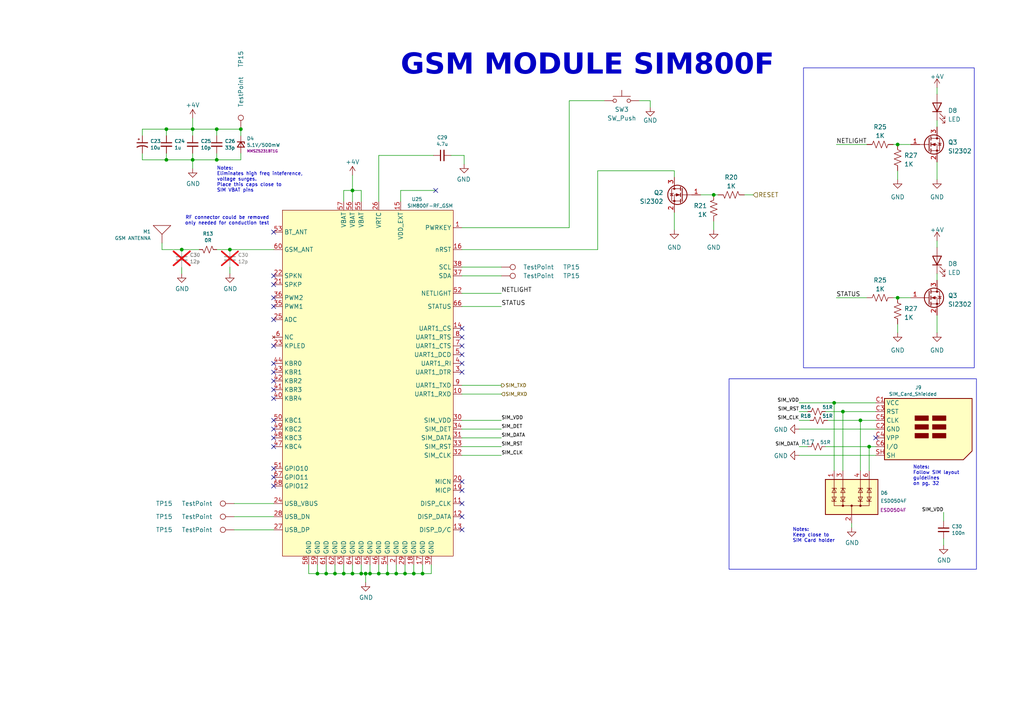
<source format=kicad_sch>
(kicad_sch (version 20230121) (generator eeschema)
  (paper "A4")
  (lib_symbols
    (symbol "Connector:TestPoint" (pin_numbers hide) (pin_names (offset 0.762) hide)
      (property "Reference" "TP" (at 0 6.858 0))
      (property "Value" "TestPoint" (at 0 5.08 0))
      (symbol "TestPoint_0_1"
        (circle (center 0 3.302) (radius 0.762))
      )
      (symbol "TestPoint_1_1"
        (pin passive line (at 0 0 90) (length 2.54) (name "1") (number "1"))
      )
    )
    (symbol "Device:LED" (pin_numbers hide) (pin_names (offset 1.016) hide)
      (property "Reference" "D" (at 0 2.54 0))
      (property "Value" "LED" (at 0 -2.54 0))
      (symbol "LED_0_1"
        (polyline (pts (xy -1.27 -1.27) (xy -1.27 1.27)) (stroke (width 0.254)))
        (polyline (pts (xy -1.27 0) (xy 1.27 0)))
        (polyline (pts (xy 1.27 -1.27) (xy 1.27 1.27) (xy -1.27 0) (xy 1.27 -1.27)) (stroke (width 0.254)))
        (polyline (pts (xy -3.048 -0.762) (xy -4.572 -2.286) (xy -3.81 -2.286) (xy -4.572 -2.286) (xy -4.572 -1.524)))
        (polyline (pts (xy -1.778 -0.762) (xy -3.302 -2.286) (xy -2.54 -2.286) (xy -3.302 -2.286) (xy -3.302 -1.524)))
      )
      (symbol "LED_1_1"
        (pin passive line (at -3.81 0 0) (length 2.54) (name "K") (number "1"))
        (pin passive line (at 3.81 0 180) (length 2.54) (name "A") (number "2"))
      )
    )
    (symbol "Device:Q_NMOS_GSD" (pin_names (offset 0) hide)
      (property "Reference" "Q" (at 5.08 1.27 0))
      (property "Value" "Q_NMOS_GSD" (at 5.08 -1.27 0))
      (symbol "Q_NMOS_GSD_0_1"
        (polyline (pts (xy 0.254 0) (xy -2.54 0)))
        (polyline (pts (xy 0.254 1.905) (xy 0.254 -1.905)) (stroke (width 0.254)))
        (polyline (pts (xy 0.762 -1.27) (xy 0.762 -2.286)) (stroke (width 0.254)))
        (polyline (pts (xy 0.762 0.508) (xy 0.762 -0.508)) (stroke (width 0.254)))
        (polyline (pts (xy 0.762 2.286) (xy 0.762 1.27)) (stroke (width 0.254)))
        (polyline (pts (xy 2.54 2.54) (xy 2.54 1.778)))
        (polyline (pts (xy 2.54 -2.54) (xy 2.54 0) (xy 0.762 0)))
        (polyline (pts (xy 0.762 -1.778) (xy 3.302 -1.778) (xy 3.302 1.778) (xy 0.762 1.778)))
        (polyline (pts (xy 1.016 0) (xy 2.032 0.381) (xy 2.032 -0.381) (xy 1.016 0)) (fill (type outline)))
        (polyline (pts (xy 2.794 0.508) (xy 2.921 0.381) (xy 3.683 0.381) (xy 3.81 0.254)))
        (polyline (pts (xy 3.302 0.381) (xy 2.921 -0.254) (xy 3.683 -0.254) (xy 3.302 0.381)))
        (circle (center 1.651 0) (radius 2.794) (stroke (width 0.254)))
        (circle (center 2.54 -1.778) (radius 0.254) (fill (type outline)))
        (circle (center 2.54 1.778) (radius 0.254) (fill (type outline)))
      )
      (symbol "Q_NMOS_GSD_1_1"
        (pin input line (at -5.08 0 0) (length 2.54) (name "G") (number "1"))
        (pin passive line (at 2.54 -5.08 90) (length 2.54) (name "S") (number "2"))
        (pin passive line (at 2.54 5.08 270) (length 2.54) (name "D") (number "3"))
      )
    )
    (symbol "Device:R_US" (pin_numbers hide) (pin_names (offset 0))
      (property "Reference" "R" (at 2.54 0 90))
      (property "Value" "R_US" (at -2.54 0 90))
      (symbol "R_US_0_1"
        (polyline (pts (xy 0 -2.286) (xy 0 -2.54)))
        (polyline (pts (xy 0 2.286) (xy 0 2.54)))
        (polyline (pts (xy 0 -0.762) (xy 1.016 -1.143) (xy 0 -1.524) (xy -1.016 -1.905) (xy 0 -2.286)))
        (polyline (pts (xy 0 0.762) (xy 1.016 0.381) (xy 0 0) (xy -1.016 -0.381) (xy 0 -0.762)))
        (polyline (pts (xy 0 2.286) (xy 1.016 1.905) (xy 0 1.524) (xy -1.016 1.143) (xy 0 0.762)))
      )
      (symbol "R_US_1_1"
        (pin passive line (at 0 3.81 270) (length 1.27) (name "~") (number "1"))
        (pin passive line (at 0 -3.81 90) (length 1.27) (name "~") (number "2"))
      )
    )
    (symbol "MCD_MODULES:SIM800F-RF_GSM"
      (property "Reference" "U?" (at 6.35 20.955 0))
      (property "Value" "SIM800F-RF_GSM" (at 6.35 19.05 0))
      (symbol "SIM800F-RF_GSM_1_0"
        (pin input line (at -40.64 -29.21 0) (length 2.54) (name "KBR1") (number "43"))
        (pin input line (at -40.64 -26.67 0) (length 2.54) (name "KBR0") (number "44"))
        (pin input line (at -12.7 -85.09 90) (length 2.54) (name "GND") (number "45"))
        (pin input line (at -10.16 -85.09 90) (length 2.54) (name "GND") (number "46"))
        (pin input line (at -40.64 -50.8 0) (length 2.54) (name "KBC4") (number "47"))
        (pin input line (at -40.64 -48.26 0) (length 2.54) (name "KBC3") (number "48"))
        (pin input line (at -40.64 -45.72 0) (length 2.54) (name "KBC2") (number "49"))
        (pin input line (at -40.64 -43.18 0) (length 2.54) (name "KBC1") (number "50"))
        (pin input line (at -40.64 -57.15 0) (length 2.54) (name "GPIO10") (number "51"))
        (pin input line (at 13.97 -6.35 180) (length 2.54) (name "NETLIGHT") (number "52"))
        (pin input line (at -40.64 11.43 0) (length 2.54) (name "BT_ANT") (number "53"))
        (pin input line (at -7.62 -85.09 90) (length 2.54) (name "GND") (number "54"))
        (pin power_in line (at -15.24 20.32 270) (length 2.54) (name "VBAT") (number "55"))
        (pin power_in line (at -17.78 20.32 270) (length 2.54) (name "VBAT") (number "56"))
        (pin power_in line (at -20.32 20.32 270) (length 2.54) (name "VBAT") (number "57"))
        (pin power_in line (at -30.48 -85.09 90) (length 2.54) (name "GND") (number "58"))
        (pin power_in line (at -27.94 -85.09 90) (length 2.54) (name "GND") (number "59"))
        (pin input line (at -40.64 6.35 0) (length 2.54) (name "GSM_ANT") (number "60"))
        (pin power_in line (at -25.4 -85.09 90) (length 2.54) (name "GND") (number "61"))
        (pin input line (at -22.86 -85.09 90) (length 2.54) (name "GND") (number "62"))
        (pin input line (at -20.32 -85.09 90) (length 2.54) (name "GND") (number "63"))
        (pin input line (at -17.78 -85.09 90) (length 2.54) (name "GND") (number "64"))
        (pin input line (at -15.24 -85.09 90) (length 2.54) (name "GND") (number "65"))
        (pin input line (at 13.97 -10.16 180) (length 2.54) (name "STATUS") (number "66"))
        (pin input line (at -40.64 -59.69 0) (length 2.54) (name "GPIO11") (number "67"))
        (pin input line (at -40.64 -62.23 0) (length 2.54) (name "GPIO12") (number "68"))
      )
      (symbol "SIM800F-RF_GSM_1_1"
        (rectangle (start -38.1 17.78) (end 11.43 -82.55) (fill (type background)))
        (pin passive line (at 13.97 12.7 180) (length 2.54) (name "PWRKEY") (number "1"))
        (pin input line (at 13.97 -35.56 180) (length 2.54) (name "UART1_RXD") (number "10"))
        (pin output line (at 13.97 -67.31 180) (length 2.54) (name "DISP_CLK") (number "11"))
        (pin output line (at 13.97 -71.12 180) (length 2.54) (name "DISP_DATA") (number "12"))
        (pin passive line (at 13.97 -74.93 180) (length 2.54) (name "DISP_D/C") (number "13"))
        (pin input line (at 13.97 -16.51 180) (length 2.54) (name "UART1_CS") (number "14"))
        (pin power_in line (at -3.81 20.32 270) (length 2.54) (name "VDD_EXT") (number "15"))
        (pin output line (at 13.97 6.35 180) (length 2.54) (name "nRST") (number "16"))
        (pin power_in line (at 2.54 -85.09 90) (length 2.54) (name "GND") (number "17"))
        (pin power_out line (at 0 -85.09 90) (length 2.54) (name "GND") (number "18"))
        (pin passive line (at 13.97 -63.5 180) (length 2.54) (name "MICP") (number "19"))
        (pin power_in line (at -5.08 -85.09 90) (length 2.54) (name "GND") (number "2"))
        (pin passive line (at 13.97 -60.96 180) (length 2.54) (name "MICN") (number "20"))
        (pin passive line (at -40.64 -3.81 0) (length 2.54) (name "SPKP") (number "21"))
        (pin output line (at -40.64 -1.27 0) (length 2.54) (name "SPKN") (number "22"))
        (pin input line (at -40.64 -21.59 0) (length 2.54) (name "KPLED") (number "23"))
        (pin input line (at -40.64 -67.31 0) (length 2.54) (name "USB_VBUS") (number "24"))
        (pin bidirectional line (at -40.64 -13.97 0) (length 2.54) (name "ADC") (number "25"))
        (pin bidirectional line (at -10.16 20.32 270) (length 2.54) (name "VRTC") (number "26"))
        (pin passive line (at -40.64 -74.93 0) (length 2.54) (name "USB_DP") (number "27"))
        (pin power_in line (at -40.64 -71.12 0) (length 2.54) (name "USB_DN") (number "28"))
        (pin output line (at -2.54 -85.09 90) (length 2.54) (name "GND") (number "29"))
        (pin input line (at 13.97 -29.21 180) (length 2.54) (name "UART1_DTR") (number "3"))
        (pin passive line (at 13.97 -43.18 180) (length 2.54) (name "SIM_VDD") (number "30"))
        (pin passive line (at 13.97 -48.26 180) (length 2.54) (name "SIM_DATA") (number "31"))
        (pin passive line (at 13.97 -53.34 180) (length 2.54) (name "SIM_CLK") (number "32"))
        (pin passive line (at 13.97 -50.8 180) (length 2.54) (name "SIM_RST") (number "33"))
        (pin power_in line (at 13.97 -45.72 180) (length 2.54) (name "SIM_DET") (number "34"))
        (pin passive line (at -40.64 -10.16 0) (length 2.54) (name "PWM1") (number "35"))
        (pin passive line (at -40.64 -7.62 0) (length 2.54) (name "PWM2") (number "36"))
        (pin passive line (at 13.97 -1.27 180) (length 2.54) (name "SDA") (number "37"))
        (pin input line (at 13.97 1.27 180) (length 2.54) (name "SCL") (number "38"))
        (pin input line (at 5.08 -85.09 90) (length 2.54) (name "GND") (number "39"))
        (pin output line (at 13.97 -26.67 180) (length 2.54) (name "UART1_RI") (number "4"))
        (pin power_out line (at -40.64 -36.83 0) (length 2.54) (name "KBR4") (number "40"))
        (pin output line (at -40.64 -34.29 0) (length 2.54) (name "KBR3") (number "41"))
        (pin output line (at -40.64 -31.75 0) (length 2.54) (name "KBR2") (number "42"))
        (pin output line (at 13.97 -24.13 180) (length 2.54) (name "UART1_DCD") (number "5"))
        (pin no_connect line (at -40.64 -19.05 0) (length 2.54) (name "NC") (number "6"))
        (pin output line (at 13.97 -21.59 180) (length 2.54) (name "UART1_CTS") (number "7"))
        (pin power_in line (at 13.97 -19.05 180) (length 2.54) (name "UART1_RTS") (number "8"))
        (pin input line (at 13.97 -33.02 180) (length 2.54) (name "UART1_TXD") (number "9"))
      )
    )
    (symbol "Switch:SW_Push" (pin_numbers hide) (pin_names (offset 1.016) hide)
      (property "Reference" "SW" (at 1.27 2.54 0))
      (property "Value" "SW_Push" (at 0 -1.524 0))
      (symbol "SW_Push_0_1"
        (circle (center -2.032 0) (radius 0.508))
        (polyline (pts (xy 0 1.27) (xy 0 3.048)))
        (polyline (pts (xy 2.54 1.27) (xy -2.54 1.27)))
        (circle (center 2.032 0) (radius 0.508))
        (pin passive line (at -5.08 0 0) (length 2.54) (name "1") (number "1"))
        (pin passive line (at 5.08 0 180) (length 2.54) (name "2") (number "2"))
      )
    )
    (symbol "fridgeduino-rescue:ANTENNAGPS-2X7MM-SparkFun-GPS-gsm_lora_logger-rescue-gsm_lora_logger-rescue-gsm_lora_logger-rescue" (pin_numbers hide) (pin_names (offset 1.016) hide)
      (property "Reference" "M" (at 1.27 1.27 0))
      (property "Value" "ANTENNAGPS-2X7MM-SparkFun-GPS-gsm_lora_logger-rescue-gsm_lora_logger-rescue-gsm_lora_logger-rescue" (at 1.27 -3.81 0))
      (property "Field4" "ANT-09087" (at 0 7.62 0))
      (symbol "ANTENNAGPS-2X7MM-SparkFun-GPS-gsm_lora_logger-rescue-gsm_lora_logger-rescue-gsm_lora_logger-rescue_1_0"
        (polyline (pts (xy -2.54 5.08) (xy 2.54 5.08)))
        (polyline (pts (xy 0 2.54) (xy -2.54 5.08)))
        (polyline (pts (xy 0 2.54) (xy 2.54 5.08)))
      )
      (symbol "ANTENNAGPS-2X7MM-SparkFun-GPS-gsm_lora_logger-rescue-gsm_lora_logger-rescue-gsm_lora_logger-rescue_1_1"
        (pin bidirectional line (at 0 0 90) (length 2.54) (name "SIGNAL") (number "1"))
      )
    )
    (symbol "fridgeduino-rescue:CP1_Small-Device" (pin_numbers hide) (pin_names (offset 0.254) hide)
      (property "Reference" "C" (at 0.254 1.778 0))
      (property "Value" "CP1_Small-Device" (at 0.254 -2.032 0))
      (symbol "CP1_Small-Device_0_1"
        (polyline (pts (xy -1.524 0.508) (xy 1.524 0.508)) (stroke (width 0.3048)))
        (polyline (pts (xy -1.27 1.524) (xy -0.762 1.524)))
        (polyline (pts (xy -1.016 1.27) (xy -1.016 1.778)))
        (arc (start 1.524 -0.762) (mid 0 -0.3734) (end -1.524 -0.762) (stroke (width 0.3048)))
      )
      (symbol "CP1_Small-Device_1_1"
        (pin passive line (at 0 2.54 270) (length 2.032) (name "~") (number "1"))
        (pin passive line (at 0 -2.54 90) (length 2.032) (name "~") (number "2"))
      )
    )
    (symbol "fridgeduino-rescue:C_Small-Device" (pin_numbers hide) (pin_names (offset 0.254) hide)
      (property "Reference" "C" (at 0.254 1.778 0))
      (property "Value" "C_Small-Device" (at 0.254 -2.032 0))
      (symbol "C_Small-Device_0_1"
        (polyline (pts (xy -1.524 -0.508) (xy 1.524 -0.508)) (stroke (width 0.3302)))
        (polyline (pts (xy -1.524 0.508) (xy 1.524 0.508)) (stroke (width 0.3048)))
      )
      (symbol "C_Small-Device_1_1"
        (pin passive line (at 0 2.54 270) (length 2.032) (name "~") (number "1"))
        (pin passive line (at 0 -2.54 90) (length 2.032) (name "~") (number "2"))
      )
    )
    (symbol "fridgeduino-rescue:D_Zener_Small-Device" (pin_numbers hide) (pin_names (offset 0.254) hide)
      (property "Reference" "D" (at 0 2.286 0))
      (property "Value" "D_Zener_Small-Device" (at 0 -2.286 0))
      (symbol "D_Zener_Small-Device_0_1"
        (polyline (pts (xy 0.762 0) (xy -0.762 0)))
        (polyline (pts (xy -0.254 1.016) (xy -0.762 1.016) (xy -0.762 -1.016)) (stroke (width 0.254)))
        (polyline (pts (xy 0.762 1.016) (xy -0.762 0) (xy 0.762 -1.016) (xy 0.762 1.016)) (stroke (width 0.254)))
      )
      (symbol "D_Zener_Small-Device_1_1"
        (pin passive line (at -2.54 0 0) (length 1.778) (name "K") (number "1"))
        (pin passive line (at 2.54 0 180) (length 1.778) (name "A") (number "2"))
      )
    )
    (symbol "fridgeduino-rescue:ESDA6V1BC6-Power_Protection" (pin_names hide)
      (property "Reference" "D" (at -2.54 -6.35 0))
      (property "Value" "ESDA6V1BC6-Power_Protection" (at 1.27 -6.35 0))
      (symbol "ESDA6V1BC6-Power_Protection_0_0"
        (pin passive line (at 0 -7.62 90) (length 2.54) (name "COM") (number "2"))
      )
      (symbol "ESDA6V1BC6-Power_Protection_0_1"
        (rectangle (start -7.62 5.08) (end 7.62 -5.08) (stroke (width 0.254)) (fill (type background)))
        (circle (center -2.54 -2.54) (radius 0.254) (fill (type outline)))
        (circle (center 0 -2.54) (radius 0.254) (fill (type outline)))
        (polyline (pts (xy -5.08 -2.54) (xy -5.08 -1.27)))
        (polyline (pts (xy -5.08 -2.54) (xy 5.08 -2.54)))
        (polyline (pts (xy -5.08 2.54) (xy -5.08 -1.27)))
        (polyline (pts (xy -5.08 5.08) (xy -5.08 2.54)))
        (polyline (pts (xy -2.54 -2.54) (xy -2.54 -1.27)))
        (polyline (pts (xy -2.54 2.54) (xy -2.54 -1.27)))
        (polyline (pts (xy -2.54 5.08) (xy -2.54 2.54)))
        (polyline (pts (xy 0 -2.54) (xy 0 -5.08)))
        (polyline (pts (xy 2.54 -2.54) (xy 2.54 -1.27)))
        (polyline (pts (xy 2.54 2.54) (xy 2.54 -1.27)))
        (polyline (pts (xy 2.54 5.08) (xy 2.54 2.54)))
        (polyline (pts (xy 5.08 -2.54) (xy 5.08 -1.27)))
        (polyline (pts (xy 5.08 2.54) (xy 5.08 -1.27)))
        (polyline (pts (xy 5.08 5.08) (xy 5.08 2.54)))
        (polyline (pts (xy -5.715 -1.016) (xy -5.715 -1.27) (xy -4.445 -1.27)))
        (polyline (pts (xy -5.715 2.54) (xy -4.445 2.54) (xy -4.445 2.286)))
        (polyline (pts (xy -3.175 -1.016) (xy -3.175 -1.27) (xy -1.905 -1.27)))
        (polyline (pts (xy -3.175 2.54) (xy -1.905 2.54) (xy -1.905 2.286)))
        (polyline (pts (xy 1.905 -1.016) (xy 1.905 -1.27) (xy 3.175 -1.27)))
        (polyline (pts (xy 1.905 2.54) (xy 3.175 2.54) (xy 3.175 2.286)))
        (polyline (pts (xy 4.445 -1.016) (xy 4.445 -1.27) (xy 5.715 -1.27)))
        (polyline (pts (xy 4.445 2.54) (xy 5.715 2.54) (xy 5.715 2.286)))
        (polyline (pts (xy -5.08 -1.27) (xy -5.715 0) (xy -4.445 0) (xy -5.08 -1.27)))
        (polyline (pts (xy -5.08 2.54) (xy -4.445 1.27) (xy -5.715 1.27) (xy -5.08 2.54)))
        (polyline (pts (xy -2.54 -1.27) (xy -3.175 0) (xy -1.905 0) (xy -2.54 -1.27)))
        (polyline (pts (xy -2.54 2.54) (xy -1.905 1.27) (xy -3.175 1.27) (xy -2.54 2.54)))
        (polyline (pts (xy 2.54 -1.27) (xy 1.905 0) (xy 3.175 0) (xy 2.54 -1.27)))
        (polyline (pts (xy 2.54 2.54) (xy 3.175 1.27) (xy 1.905 1.27) (xy 2.54 2.54)))
        (polyline (pts (xy 5.08 -1.27) (xy 4.445 0) (xy 5.715 0) (xy 5.08 -1.27)))
        (polyline (pts (xy 5.08 2.54) (xy 5.715 1.27) (xy 4.445 1.27) (xy 5.08 2.54)))
        (circle (center 2.54 -2.54) (radius 0.254) (fill (type outline)))
      )
      (symbol "ESDA6V1BC6-Power_Protection_1_1"
        (pin passive line (at -5.08 7.62 270) (length 2.54) (name "TVS1") (number "1"))
        (pin passive line (at -2.54 7.62 270) (length 2.54) (name "TVS2") (number "3"))
        (pin passive line (at 2.54 7.62 270) (length 2.54) (name "TVS3") (number "4"))
        (pin passive line (at 0 -7.62 90) (length 2.54) hide (name "COM") (number "5"))
        (pin passive line (at 5.08 7.62 270) (length 2.54) (name "TVS4") (number "6"))
      )
    )
    (symbol "fridgeduino-rescue:GND-power" (power) (pin_names (offset 0))
      (property "Value" "GND-power" (at 0 -3.81 0))
      (symbol "GND-power_0_1"
        (polyline (pts (xy 0 0) (xy 0 -1.27) (xy 1.27 -1.27) (xy 0 -2.54) (xy -1.27 -1.27) (xy 0 -1.27)))
      )
      (symbol "GND-power_1_1"
        (pin power_in line (at 0 0 270) (length 0) hide (name "GND") (number "1"))
      )
    )
    (symbol "fridgeduino-rescue:R_Small_US-Device" (pin_numbers hide) (pin_names (offset 0.254) hide)
      (property "Reference" "R" (at 0.762 0.508 0))
      (property "Value" "R_Small_US-Device" (at 0.762 -1.016 0))
      (symbol "R_Small_US-Device_1_1"
        (polyline (pts (xy 0 0) (xy 1.016 -0.381) (xy 0 -0.762) (xy -1.016 -1.143) (xy 0 -1.524)))
        (polyline (pts (xy 0 1.524) (xy 1.016 1.143) (xy 0 0.762) (xy -1.016 0.381) (xy 0 0)))
        (pin passive line (at 0 2.54 270) (length 1.016) (name "~") (number "1"))
        (pin passive line (at 0 -2.54 90) (length 1.016) (name "~") (number "2"))
      )
    )
    (symbol "fridgeduino-rescue:SIM_Card_Shielded-Connector-gsm_lora_logger-rescue-gsm_lora_logger-rescue"
      (property "Reference" "J" (at -2.54 12.7 0))
      (property "Value" "SIM_Card_Shielded-Connector-gsm_lora_logger-rescue-gsm_lora_logger-rescue" (at -1.27 10.16 0))
      (symbol "SIM_Card_Shielded-Connector-gsm_lora_logger-rescue-gsm_lora_logger-rescue_0_1"
        (rectangle (start -1.27 -2.54) (end 2.54 -1.27) (stroke (width 0.254)) (fill (type outline)))
        (rectangle (start -1.27 0) (end 2.54 1.27) (stroke (width 0.254)) (fill (type outline)))
        (rectangle (start -1.27 2.54) (end 2.54 3.81) (stroke (width 0.254)) (fill (type outline)))
        (polyline (pts (xy -10.16 8.89) (xy -10.16 -8.89) (xy 12.7 -8.89) (xy 15.24 -6.35) (xy 15.24 8.89) (xy -10.16 8.89)) (stroke (width 0.254)) (fill (type background)))
        (rectangle (start 3.81 -1.27) (end 7.62 -2.54) (stroke (width 0.254)) (fill (type outline)))
        (rectangle (start 3.81 0) (end 7.62 1.27) (stroke (width 0.254)) (fill (type outline)))
        (rectangle (start 3.81 2.54) (end 7.62 3.81) (stroke (width 0.254)) (fill (type outline)))
      )
      (symbol "SIM_Card_Shielded-Connector-gsm_lora_logger-rescue-gsm_lora_logger-rescue_1_1"
        (pin power_in line (at -12.7 7.62 0) (length 2.54) (name "VCC") (number "C1"))
        (pin power_in line (at -12.7 0 0) (length 2.54) (name "GND") (number "C2"))
        (pin input line (at -12.7 5.08 0) (length 2.54) (name "RST") (number "C3"))
        (pin input line (at -12.7 -2.54 0) (length 2.54) (name "VPP") (number "C4"))
        (pin input line (at -12.7 2.54 0) (length 2.54) (name "CLK") (number "C5"))
        (pin bidirectional line (at -12.7 -5.08 0) (length 2.54) (name "I/O") (number "C6"))
        (pin passive line (at -12.7 -7.62 0) (length 2.54) (name "SH") (number "SH"))
      )
    )
    (symbol "power:+4V" (power) (pin_names (offset 0))
      (property "Value" "+4V" (at 0 3.556 0))
      (symbol "+4V_0_1"
        (polyline (pts (xy -0.762 1.27) (xy 0 2.54)))
        (polyline (pts (xy 0 0) (xy 0 2.54)))
        (polyline (pts (xy 0 2.54) (xy 0.762 1.27)))
      )
      (symbol "+4V_1_1"
        (pin power_in line (at 0 0 90) (length 0) hide (name "+4V") (number "1"))
      )
    )
    (symbol "power:GND" (power) (pin_names (offset 0))
      (property "Value" "GND" (at 0 -3.81 0))
      (symbol "GND_0_1"
        (polyline (pts (xy 0 0) (xy 0 -1.27) (xy 1.27 -1.27) (xy 0 -2.54) (xy -1.27 -1.27) (xy 0 -1.27)))
      )
      (symbol "GND_1_1"
        (pin power_in line (at 0 0 270) (length 0) hide (name "GND") (number "1"))
      )
    )
  )
  (junction (at 106.045 166.37))
  (junction (at 48.26 46.355))
  (junction (at 122.555 166.37))
  (junction (at 107.315 166.37))
  (junction (at 104.775 166.37))
  (junction (at 55.88 46.355))
  (junction (at 120.015 166.37))
  (junction (at 55.88 37.465))
  (junction (at 102.235 166.37))
  (junction (at 109.855 166.37))
  (junction (at 48.26 37.465))
  (junction (at 62.865 37.465))
  (junction (at 66.675 72.39))
  (junction (at 252.095 129.54))
  (junction (at 207.01 56.515))
  (junction (at 249.555 121.92))
  (junction (at 112.395 166.37))
  (junction (at 117.475 166.37))
  (junction (at 62.865 46.355))
  (junction (at 244.475 119.38))
  (junction (at 94.615 166.37))
  (junction (at 260.35 86.36))
  (junction (at 260.35 41.91))
  (junction (at 99.695 166.37))
  (junction (at 241.935 116.84))
  (junction (at 69.85 37.465))
  (junction (at 52.705 72.39))
  (junction (at 114.935 166.37))
  (junction (at 102.235 55.245))
  (junction (at 92.075 166.37))
  (junction (at 97.155 166.37))
  (no_connect (at 79.375 100.33))
  (no_connect (at 133.985 142.24))
  (no_connect (at 133.985 102.87))
  (no_connect (at 79.375 121.92))
  (no_connect (at 79.375 113.03))
  (no_connect (at 79.375 138.43))
  (no_connect (at 79.375 124.46))
  (no_connect (at 133.985 100.33))
  (no_connect (at 133.985 153.67))
  (no_connect (at 79.375 105.41))
  (no_connect (at 133.985 107.95))
  (no_connect (at 79.375 140.97))
  (no_connect (at 254 127))
  (no_connect (at 79.375 110.49))
  (no_connect (at 133.985 146.05))
  (no_connect (at 79.375 92.71))
  (no_connect (at 79.375 67.31))
  (no_connect (at 79.375 82.55))
  (no_connect (at 133.985 97.79))
  (no_connect (at 79.375 129.54))
  (no_connect (at 133.985 95.25))
  (no_connect (at 133.985 105.41))
  (no_connect (at 79.375 86.36))
  (no_connect (at 79.375 115.57))
  (no_connect (at 79.375 127))
  (no_connect (at 126.365 55.245))
  (no_connect (at 133.985 149.86))
  (no_connect (at 79.375 135.89))
  (no_connect (at 79.375 80.01))
  (no_connect (at 79.375 88.9))
  (no_connect (at 133.985 139.7))
  (no_connect (at 79.375 107.95))
  (wire (pts (xy 66.675 77.47) (xy 66.675 79.375)))
  (wire (pts (xy 165.1 66.04) (xy 165.1 29.21)))
  (wire (pts (xy 112.395 166.37) (xy 114.935 166.37)))
  (wire (pts (xy 271.78 25.4) (xy 271.78 27.305)))
  (wire (pts (xy 271.78 79.375) (xy 271.78 81.28)))
  (wire (pts (xy 117.475 166.37) (xy 120.015 166.37)))
  (wire (pts (xy 67.945 153.67) (xy 79.375 153.67)))
  (wire (pts (xy 107.315 166.37) (xy 109.855 166.37)))
  (wire (pts (xy 62.865 46.355) (xy 69.85 46.355)))
  (wire (pts (xy 120.015 166.37) (xy 122.555 166.37)))
  (wire (pts (xy 195.58 61.595) (xy 195.58 66.675)))
  (wire (pts (xy 260.35 49.53) (xy 260.35 52.07)))
  (wire (pts (xy 114.935 166.37) (xy 117.475 166.37)))
  (wire (pts (xy 244.475 119.38) (xy 254 119.38)))
  (wire (pts (xy 239.395 129.54) (xy 252.095 129.54)))
  (wire (pts (xy 173.355 72.39) (xy 173.355 49.53)))
  (wire (pts (xy 48.26 39.37) (xy 48.26 37.465)))
  (wire (pts (xy 240.03 121.92) (xy 249.555 121.92)))
  (wire (pts (xy 106.045 166.37) (xy 106.045 168.91)))
  (wire (pts (xy 260.35 41.91) (xy 264.16 41.91)))
  (wire (pts (xy 99.695 166.37) (xy 99.695 163.83)))
  (wire (pts (xy 41.275 46.355) (xy 48.26 46.355)))
  (wire (pts (xy 104.775 166.37) (xy 106.045 166.37)))
  (wire (pts (xy 109.855 166.37) (xy 112.395 166.37)))
  (wire (pts (xy 120.015 166.37) (xy 120.015 163.83)))
  (wire (pts (xy 107.315 166.37) (xy 107.315 163.83)))
  (wire (pts (xy 41.275 37.465) (xy 48.26 37.465)))
  (wire (pts (xy 242.57 86.36) (xy 251.46 86.36)))
  (wire (pts (xy 133.985 66.04) (xy 165.1 66.04)))
  (wire (pts (xy 55.88 46.355) (xy 55.88 48.895)))
  (wire (pts (xy 231.775 116.84) (xy 241.935 116.84)))
  (wire (pts (xy 273.685 156.21) (xy 273.685 158.115)))
  (wire (pts (xy 207.01 56.515) (xy 203.2 56.515)))
  (wire (pts (xy 145.415 124.46) (xy 133.985 124.46)))
  (wire (pts (xy 145.415 129.54) (xy 133.985 129.54)))
  (wire (pts (xy 89.535 166.37) (xy 89.535 163.83)))
  (wire (pts (xy 52.705 72.39) (xy 46.99 72.39)))
  (wire (pts (xy 55.88 44.45) (xy 55.88 46.355)))
  (wire (pts (xy 133.985 72.39) (xy 173.355 72.39)))
  (wire (pts (xy 239.395 119.38) (xy 244.475 119.38)))
  (wire (pts (xy 94.615 166.37) (xy 97.155 166.37)))
  (wire (pts (xy 109.855 45.085) (xy 125.73 45.085)))
  (wire (pts (xy 241.935 136.525) (xy 241.935 116.84)))
  (wire (pts (xy 271.78 34.925) (xy 271.78 36.83)))
  (wire (pts (xy 249.555 136.525) (xy 249.555 121.92)))
  (wire (pts (xy 104.775 166.37) (xy 104.775 163.83)))
  (wire (pts (xy 55.88 34.29) (xy 55.88 37.465)))
  (wire (pts (xy 69.85 37.465) (xy 69.85 39.37)))
  (wire (pts (xy 99.695 58.42) (xy 99.695 55.245)))
  (wire (pts (xy 67.945 149.86) (xy 79.375 149.86)))
  (wire (pts (xy 145.415 88.9) (xy 133.985 88.9)))
  (wire (pts (xy 271.78 91.44) (xy 271.78 96.52)))
  (wire (pts (xy 48.26 37.465) (xy 55.88 37.465)))
  (wire (pts (xy 116.205 58.42) (xy 116.205 55.245)))
  (wire (pts (xy 145.415 127) (xy 133.985 127)))
  (wire (pts (xy 231.775 121.92) (xy 234.95 121.92)))
  (wire (pts (xy 207.01 64.135) (xy 207.01 66.675)))
  (wire (pts (xy 106.045 166.37) (xy 107.315 166.37)))
  (wire (pts (xy 116.205 55.245) (xy 126.365 55.245)))
  (wire (pts (xy 99.695 166.37) (xy 102.235 166.37)))
  (wire (pts (xy 165.1 29.21) (xy 175.26 29.21)))
  (wire (pts (xy 260.35 93.98) (xy 260.35 96.52)))
  (wire (pts (xy 102.235 166.37) (xy 102.235 163.83)))
  (wire (pts (xy 117.475 166.37) (xy 117.475 163.83)))
  (wire (pts (xy 62.865 37.465) (xy 69.85 37.465)))
  (wire (pts (xy 102.235 50.8) (xy 102.235 55.245)))
  (wire (pts (xy 231.775 129.54) (xy 234.315 129.54)))
  (wire (pts (xy 247.015 153.035) (xy 247.015 151.765)))
  (wire (pts (xy 48.26 46.355) (xy 55.88 46.355)))
  (wire (pts (xy 104.775 55.245) (xy 104.775 58.42)))
  (wire (pts (xy 254 132.08) (xy 231.775 132.08)))
  (wire (pts (xy 145.415 85.09) (xy 133.985 85.09)))
  (wire (pts (xy 102.235 55.245) (xy 102.235 58.42)))
  (wire (pts (xy 208.28 56.515) (xy 207.01 56.515)))
  (wire (pts (xy 55.88 37.465) (xy 62.865 37.465)))
  (wire (pts (xy 67.945 146.05) (xy 79.375 146.05)))
  (wire (pts (xy 249.555 121.92) (xy 254 121.92)))
  (wire (pts (xy 188.595 29.21) (xy 188.595 31.115)))
  (wire (pts (xy 231.775 124.46) (xy 254 124.46)))
  (wire (pts (xy 102.235 166.37) (xy 104.775 166.37)))
  (wire (pts (xy 244.475 119.38) (xy 244.475 136.525)))
  (wire (pts (xy 134.62 47.625) (xy 134.62 45.085)))
  (wire (pts (xy 145.415 114.3) (xy 133.985 114.3)))
  (wire (pts (xy 195.58 49.53) (xy 195.58 51.435)))
  (wire (pts (xy 122.555 166.37) (xy 125.095 166.37)))
  (wire (pts (xy 41.275 39.37) (xy 41.275 37.465)))
  (wire (pts (xy 145.415 111.76) (xy 133.985 111.76)))
  (wire (pts (xy 134.62 45.085) (xy 130.81 45.085)))
  (wire (pts (xy 109.855 166.37) (xy 109.855 163.83)))
  (wire (pts (xy 109.855 58.42) (xy 109.855 45.085)))
  (wire (pts (xy 252.095 136.525) (xy 252.095 129.54)))
  (wire (pts (xy 41.275 44.45) (xy 41.275 46.355)))
  (wire (pts (xy 273.685 151.13) (xy 273.685 148.59)))
  (wire (pts (xy 62.865 46.355) (xy 62.865 44.45)))
  (wire (pts (xy 92.075 166.37) (xy 94.615 166.37)))
  (wire (pts (xy 102.235 55.245) (xy 104.775 55.245)))
  (wire (pts (xy 92.075 166.37) (xy 92.075 163.83)))
  (wire (pts (xy 97.155 166.37) (xy 97.155 163.83)))
  (wire (pts (xy 48.26 44.45) (xy 48.26 46.355)))
  (wire (pts (xy 57.785 72.39) (xy 52.705 72.39)))
  (wire (pts (xy 145.415 77.47) (xy 133.985 77.47)))
  (wire (pts (xy 242.57 41.91) (xy 251.46 41.91)))
  (wire (pts (xy 125.095 166.37) (xy 125.095 163.83)))
  (wire (pts (xy 259.08 41.91) (xy 260.35 41.91)))
  (wire (pts (xy 99.695 55.245) (xy 102.235 55.245)))
  (wire (pts (xy 79.375 72.39) (xy 66.675 72.39)))
  (wire (pts (xy 114.935 166.37) (xy 114.935 163.83)))
  (wire (pts (xy 112.395 166.37) (xy 112.395 163.83)))
  (wire (pts (xy 97.155 166.37) (xy 99.695 166.37)))
  (wire (pts (xy 46.99 72.39) (xy 46.99 70.485)))
  (wire (pts (xy 55.88 39.37) (xy 55.88 37.465)))
  (wire (pts (xy 145.415 80.01) (xy 133.985 80.01)))
  (wire (pts (xy 260.35 86.36) (xy 264.16 86.36)))
  (wire (pts (xy 66.675 72.39) (xy 62.865 72.39)))
  (wire (pts (xy 252.095 129.54) (xy 254 129.54)))
  (wire (pts (xy 62.865 37.465) (xy 62.865 39.37)))
  (wire (pts (xy 69.85 46.355) (xy 69.85 44.45)))
  (wire (pts (xy 218.44 56.515) (xy 215.9 56.515)))
  (wire (pts (xy 89.535 166.37) (xy 92.075 166.37)))
  (wire (pts (xy 259.08 86.36) (xy 260.35 86.36)))
  (wire (pts (xy 271.78 69.85) (xy 271.78 71.755)))
  (wire (pts (xy 145.415 132.08) (xy 133.985 132.08)))
  (wire (pts (xy 173.355 49.53) (xy 195.58 49.53)))
  (wire (pts (xy 94.615 166.37) (xy 94.615 163.83)))
  (wire (pts (xy 52.705 77.47) (xy 52.705 79.375)))
  (wire (pts (xy 231.775 119.38) (xy 234.315 119.38)))
  (wire (pts (xy 185.42 29.21) (xy 188.595 29.21)))
  (wire (pts (xy 122.555 166.37) (xy 122.555 163.83)))
  (wire (pts (xy 271.78 46.99) (xy 271.78 52.07)))
  (wire (pts (xy 55.88 46.355) (xy 62.865 46.355)))
  (wire (pts (xy 145.415 121.92) (xy 133.985 121.92)))
  (wire (pts (xy 241.935 116.84) (xy 254 116.84)))
  (rectangle (start 211.455 109.855) (end 283.21 165.1))
  (rectangle (start 233.045 19.685) (end 282.575 106.68))
  (text "Notes:\nEliminates high freq inteference,\nvoltage surges.\nPlace this caps close to \nSIM VBAT pins" (at 62.865 55.88 0) (effects (font (size 0.9906 0.9906)) (justify left bottom)))
  (text "Notes:\nKeep close to\nSIM Card holder" (at 229.87 157.48 0) (effects (font (size 0.9906 0.9906)) (justify left bottom)))
  (text "Notes:\nFollow SIM layout \nguidelines\non pg. 32" (at 264.795 140.97 0) (effects (font (size 0.9906 0.9906)) (justify left bottom)))
  (text "GSM MODULE SIM800F" (at 116.205 24.13 0) (effects (font (size 6 6) (thickness 1.2) bold) (justify left bottom)))
  (text "RF connector could be removed\nonly needed for conduction test" (at 78.105 65.405 0) (effects (font (size 0.9906 0.9906)) (justify right bottom)))
  (label "SIM_VDD" (at 145.415 121.92 0) (effects (font (size 0.9906 0.9906))))
  (label "SIM_VDD" (at 231.775 116.84 180) (effects (font (size 0.9906 0.9906))))
  (label "SIM_DATA" (at 231.775 129.54 180) (effects (font (size 0.9906 0.9906))))
  (label "SIM_DET" (at 145.415 124.46 0) (effects (font (size 0.9906 0.9906))))
  (label "STATUS" (at 242.57 86.36 0))
  (label "NETLIGHT" (at 242.57 41.91 0))
  (label "NETLIGHT" (at 145.415 85.09 0))
  (label "SIM_DATA" (at 145.415 127 0) (effects (font (size 0.9906 0.9906))))
  (label "SIM_RST" (at 145.415 129.54 0) (effects (font (size 0.9906 0.9906))))
  (label "SIM_VDD" (at 273.685 148.59 180) (effects (font (size 0.9906 0.9906))))
  (label "SIM_RST" (at 231.775 119.38 180) (effects (font (size 0.9906 0.9906))))
  (label "SIM_CLK" (at 145.415 132.08 0) (effects (font (size 0.9906 0.9906))))
  (label "STATUS" (at 145.415 88.9 0))
  (label "SIM_CLK" (at 231.775 121.92 180) (effects (font (size 0.9906 0.9906))))
  (hierarchical_label "SIM_TXD" (shape output) (at 145.415 111.76 0) (effects (font (size 0.9906 0.9906))))
  (hierarchical_label "SIM_RXD" (shape input) (at 145.415 114.3 0) (effects (font (size 0.9906 0.9906))))
  (hierarchical_label "RESET" (shape input) (at 218.44 56.515 0))
  (symbol (lib_id "power:GND") (at 207.01 66.675 0) (mirror y) (unit 1)
    (property "Reference" "#PWR052" (effects hide))
    (property "Value" "GND" (at 207.01 71.755 0))
    (instances (project "SOIL_PAL_MAX_1" (path "" (reference "#PWR052") (unit 1))) (project "ELIESTER_V2" (path "" (reference "#PWR0131") (unit 1))))
  )
  (symbol (lib_id "Device:Q_NMOS_GSD") (at 269.24 86.36 0) (unit 1)
    (property "Reference" "Q3" (at 274.955 85.725 0) (effects (justify left)))
    (property "Value" "SI2302" (at 274.955 88.265 0) (effects (justify left)))
    (property "Footprint" "Package_TO_SOT_SMD:SOT-23" (effects hide))
    (instances (project "SOIL_PAL_MAX_1" (path "" (reference "Q3") (unit 1))) (project "ELIESTER_V2" (path "" (reference "Q9") (unit 1))))
  )
  (symbol (lib_id "fridgeduino-rescue:GND-power") (at 66.675 79.375 0) (unit 1)
    (property "Reference" "#PWR038" (effects hide))
    (property "Value" "GND" (at 66.802 83.7692 0))
    (instances (project "GSM_SIM800C_MICRO-SIM" (path "" (reference "#PWR038") (unit 1))) (project "ELIESTER_V2" (path "" (reference "#PWR0150") (unit 1))))
  )
  (symbol (lib_id "MCD_MODULES:SIM800F-RF_GSM") (at 120.015 78.74 0) (unit 1)
    (property "Reference" "U25" (at 119.38 57.785 0) (effects (font (size 0.9906 0.9906)) (justify left)))
    (property "Value" "SIM800F-RF_GSM" (at 118.11 59.69 0) (effects (font (size 0.9906 0.9906)) (justify left)))
    (property "Footprint" "MACHADA_footprints:XCVR_SIM800F" (effects hide))
    (property "Datasheet" "http://simcom.ee/documents/SIM800C/SIM800C_Hardware_Design_V1.05.pdf" (effects hide))
  )
  (symbol (lib_id "Switch:SW_Push") (at 180.34 29.21 0) (mirror y) (unit 1)
    (property "Reference" "SW3" (at 180.34 31.75 0))
    (property "Value" "SW_Push" (at 180.34 34.29 0))
    (property "Footprint" "greencharge-footprints:tactile_sw_angled_1TS003B-1400-3500A-CT" (effects hide))
    (instances (project "ELIESTER_V2" (path "" (reference "SW3") (unit 1)) (path "" (reference "SW1") (unit 1))))
  )
  (symbol (lib_id "fridgeduino-rescue:D_Zener_Small-Device") (at 69.85 41.91 270) (unit 1)
    (property "Reference" "D4" (at 71.5772 40.1828 90) (effects (font (size 0.9906 0.9906)) (justify left)))
    (property "Value" "5.1V/500mW" (at 71.5772 42.0878 90) (effects (font (size 0.9906 0.9906)) (justify left)))
    (property "Footprint" "Diode_SMD:D_SOD-123" (effects hide))
    (property "MPN" "MMSZ5231BT1G" (at 71.5772 43.815 90) (effects (font (size 0.762 0.762)) (justify left)))
    (instances (project "GSM_SIM800C_MICRO-SIM" (path "" (reference "D4") (unit 1))) (project "ELIESTER_V2" (path "" (reference "D19") (unit 1))))
  )
  (symbol (lib_id "power:GND") (at 188.595 31.115 0) (mirror y) (unit 1)
    (property "Reference" "#PWR022" (effects hide))
    (property "Value" "GND" (at 188.595 34.925 0))
    (instances (project "ELIESTER_V2" (path "" (reference "#PWR022") (unit 1)) (path "" (reference "#PWR0137") (unit 1))))
  )
  (symbol (lib_id "fridgeduino-rescue:GND-power") (at 231.775 132.08 270) (unit 1)
    (property "Reference" "#PWR040" (effects hide))
    (property "Value" "GND" (at 228.5238 132.207 90) (effects (justify right)))
    (instances (project "GSM_SIM800C_MICRO-SIM" (path "" (reference "#PWR040") (unit 1))) (project "ELIESTER_V2" (path "" (reference "#PWR0140") (unit 1))))
  )
  (symbol (lib_id "fridgeduino-rescue:GND-power") (at 231.775 124.46 270) (unit 1)
    (property "Reference" "#PWR039" (effects hide))
    (property "Value" "GND" (at 228.5238 124.587 90) (effects (justify right)))
    (instances (project "GSM_SIM800C_MICRO-SIM" (path "" (reference "#PWR039") (unit 1))) (project "ELIESTER_V2" (path "" (reference "#PWR0132") (unit 1))))
  )
  (symbol (lib_id "Device:R_US") (at 255.27 86.36 90) (unit 1)
    (property "Reference" "R25" (at 255.27 81.28 90))
    (property "Value" "1K" (at 255.27 83.82 90))
    (instances (project "SOIL_PAL_MAX_1" (path "" (reference "R25") (unit 1))) (project "ELIESTER_V2" (path "" (reference "R60") (unit 1))))
  )
  (symbol (lib_id "Device:R_US") (at 207.01 60.325 0) (mirror x) (unit 1)
    (property "Reference" "R21" (at 205.105 59.69 0) (effects (justify right)))
    (property "Value" "1K" (at 205.105 62.23 0) (effects (justify right)))
    (instances (project "SOIL_PAL_MAX_1" (path "" (reference "R21") (unit 1))) (project "ELIESTER_V2" (path "" (reference "R58") (unit 1))))
  )
  (symbol (lib_id "fridgeduino-rescue:CP1_Small-Device") (at 41.275 41.91 0) (unit 1)
    (property "Reference" "C23" (at 43.5864 40.9448 0) (effects (font (size 0.9906 0.9906)) (justify left)))
    (property "Value" "10u" (at 43.5864 42.8498 0) (effects (font (size 0.9906 0.9906)) (justify left)))
    (property "Footprint" "Capacitor_Tantalum_SMD:CP_EIA-3216-18_Kemet-A" (effects hide))
    (instances (project "GSM_SIM800C_MICRO-SIM" (path "" (reference "C23") (unit 1))) (project "ELIESTER_V2" (path "" (reference "C74") (unit 1))))
  )
  (symbol (lib_id "fridgeduino-rescue:GND-power") (at 55.88 48.895 0) (unit 1)
    (property "Reference" "#PWR030" (effects hide))
    (property "Value" "GND" (at 56.007 53.2892 0))
    (instances (project "GSM_SIM800C_MICRO-SIM" (path "" (reference "#PWR030") (unit 1))) (project "ELIESTER_V2" (path "" (reference "#PWR0141") (unit 1))))
  )
  (symbol (lib_id "fridgeduino-rescue:ANTENNAGPS-2X7MM-SparkFun-GPS-gsm_lora_logger-rescue-gsm_lora_logger-rescue-gsm_lora_logger-rescue") (at 46.99 70.485 0) (mirror y) (unit 1)
    (property "Reference" "M1" (at 43.7388 67.183 0) (effects (font (size 0.9906 0.9906)) (justify left)))
    (property "Value" "GSM ANTENNA" (at 43.7388 69.088 0) (effects (font (size 0.9906 0.9906)) (justify left)))
    (property "Footprint" "greencharge-footprints:ufl_734120114" (effects hide))
  )
  (symbol (lib_id "Device:Q_NMOS_GSD") (at 198.12 56.515 0) (mirror y) (unit 1)
    (property "Reference" "Q2" (at 192.405 55.88 0) (effects (justify left)))
    (property "Value" "SI2302" (at 192.405 58.42 0) (effects (justify left)))
    (property "Footprint" "Package_TO_SOT_SMD:SOT-23" (effects hide))
    (instances (project "SOIL_PAL_MAX_1" (path "" (reference "Q2") (unit 1))) (project "ELIESTER_V2" (path "" (reference "Q8") (unit 1))))
  )
  (symbol (lib_id "fridgeduino-rescue:C_Small-Device") (at 273.685 153.67 0) (unit 1)
    (property "Reference" "C30" (at 276.0218 152.7048 0) (effects (font (size 0.9906 0.9906)) (justify left)))
    (property "Value" "100n" (at 276.0218 154.6098 0) (effects (font (size 0.9906 0.9906)) (justify left)))
    (property "Footprint" "Capacitor_SMD:C_0603_1608Metric" (effects hide))
    (instances (project "GSM_SIM800C_MICRO-SIM" (path "" (reference "C30") (unit 1))) (project "ELIESTER_V2" (path "" (reference "C81") (unit 1))))
  )
  (symbol (lib_id "fridgeduino-rescue:C_Small-Device") (at 55.88 41.91 0) (unit 1)
    (property "Reference" "C25" (at 58.2168 40.9448 0) (effects (font (size 0.9906 0.9906)) (justify left)))
    (property "Value" "10p" (at 58.2168 42.8498 0) (effects (font (size 0.9906 0.9906)) (justify left)))
    (property "Footprint" "Capacitor_SMD:C_0603_1608Metric" (effects hide))
    (instances (project "GSM_SIM800C_MICRO-SIM" (path "" (reference "C25") (unit 1))) (project "ELIESTER_V2" (path "" (reference "C76") (unit 1))))
  )
  (symbol (lib_id "fridgeduino-rescue:R_Small_US-Device") (at 237.49 121.92 270) (unit 1)
    (property "Reference" "R18" (at 233.68 120.65 90) (effects (font (size 0.9906 0.9906))))
    (property "Value" "51R" (at 240.03 120.65 90) (effects (font (size 0.9906 0.9906))))
    (property "Footprint" "Resistor_SMD:R_0603_1608Metric" (effects hide))
    (instances (project "GSM_SIM800C_MICRO-SIM" (path "" (reference "R18") (unit 1))) (project "ELIESTER_V2" (path "" (reference "R63") (unit 1))))
  )
  (symbol (lib_id "Device:R_US") (at 212.09 56.515 270) (mirror x) (unit 1)
    (property "Reference" "R20" (at 212.09 51.435 90))
    (property "Value" "1K" (at 212.09 53.975 90))
    (instances (project "SOIL_PAL_MAX_1" (path "" (reference "R20") (unit 1))) (project "ELIESTER_V2" (path "" (reference "R57") (unit 1))))
  )
  (symbol (lib_id "fridgeduino-rescue:ESDA6V1BC6-Power_Protection") (at 247.015 144.145 0) (unit 1)
    (property "Reference" "D6" (at 255.397 142.9766 0) (effects (font (size 0.9906 0.9906)) (justify left)))
    (property "Value" "ESD0504F" (at 255.397 145.288 0) (effects (font (size 0.9906 0.9906)) (justify left)))
    (property "Footprint" "Package_TO_SOT_SMD:SOT-363_SC-70-6" (effects hide))
    (property "Datasheet" "http://www.st.com/content/ccc/resource/technical/document/datasheet/21/07/21/e3/a8/df/42/a2/CD00001906.pdf/files/CD00001906.pdf/jcr:content/translations/en.CD00001906.pdf" (effects hide))
    (property "MPN" "ESD0504F" (at 259.08 147.955 0) (effects (font (size 0.9906 0.9906))))
    (instances (project "GSM_SIM800C_MICRO-SIM" (path "" (reference "D6") (unit 1))) (project "ELIESTER_V2" (path "" (reference "D21") (unit 1))))
  )
  (symbol (lib_id "Connector:TestPoint") (at 145.415 77.47 270) (mirror x) (unit 1)
    (property "Reference" "TP15" (at 165.735 77.47 90))
    (property "Value" "TestPoint" (at 156.21 77.47 90))
    (property "Footprint" "brilliant-kicad-library:TestPoint_Pad_D0.9mm" (effects hide))
    (instances (project "SOIL_PAL_MAX_1" (path "" (reference "TP15") (unit 1))) (project "ELIESTER_V2" (path "" (reference "TP12") (unit 1))))
  )
  (symbol (lib_id "fridgeduino-rescue:C_Small-Device") (at 66.675 74.93 0) (unit 1) (dnp yes)
    (property "Reference" "C30" (at 69.0118 73.9648 0) (effects (font (size 0.9906 0.9906)) (justify left)))
    (property "Value" "12p" (at 69.0118 75.8698 0) (effects (font (size 0.9906 0.9906)) (justify left)))
    (property "Footprint" "Capacitor_SMD:C_0402_1005Metric" (effects hide))
    (instances (project "GSM_SIM800C_MICRO-SIM" (path "" (reference "C30") (unit 1))) (project "ELIESTER_V2" (path "" (reference "C80") (unit 1))))
  )
  (symbol (lib_id "power:GND") (at 271.78 52.07 0) (unit 1)
    (property "Reference" "#PWR062" (effects hide))
    (property "Value" "GND" (at 271.78 57.15 0))
    (instances (project "SOIL_PAL_MAX_1" (path "" (reference "#PWR062") (unit 1))) (project "ELIESTER_V2" (path "" (reference "#PWR0136") (unit 1))))
  )
  (symbol (lib_id "fridgeduino-rescue:C_Small-Device") (at 62.865 41.91 0) (unit 1)
    (property "Reference" "C26" (at 65.2018 40.9448 0) (effects (font (size 0.9906 0.9906)) (justify left)))
    (property "Value" "33p" (at 65.2018 42.8498 0) (effects (font (size 0.9906 0.9906)) (justify left)))
    (property "Footprint" "Capacitor_SMD:C_0603_1608Metric" (effects hide))
    (instances (project "GSM_SIM800C_MICRO-SIM" (path "" (reference "C26") (unit 1))) (project "ELIESTER_V2" (path "" (reference "C77") (unit 1))))
  )
  (symbol (lib_id "fridgeduino-rescue:GND-power") (at 273.685 158.115 0) (unit 1)
    (property "Reference" "#PWR038" (effects hide))
    (property "Value" "GND" (at 273.812 162.5092 0))
    (instances (project "GSM_SIM800C_MICRO-SIM" (path "" (reference "#PWR038") (unit 1))) (project "ELIESTER_V2" (path "" (reference "#PWR0143") (unit 1))))
  )
  (symbol (lib_id "fridgeduino-rescue:GND-power") (at 52.705 79.375 0) (unit 1)
    (property "Reference" "#PWR038" (effects hide))
    (property "Value" "GND" (at 52.832 83.7692 0))
    (instances (project "GSM_SIM800C_MICRO-SIM" (path "" (reference "#PWR038") (unit 1))) (project "ELIESTER_V2" (path "" (reference "#PWR0149") (unit 1))))
  )
  (symbol (lib_id "Device:R_US") (at 260.35 45.72 180) (unit 1)
    (property "Reference" "R27" (at 262.255 45.085 0) (effects (justify right)))
    (property "Value" "1K" (at 262.255 47.625 0) (effects (justify right)))
    (instances (project "SOIL_PAL_MAX_1" (path "" (reference "R27") (unit 1))) (project "ELIESTER_V2" (path "" (reference "R56") (unit 1))))
  )
  (symbol (lib_id "power:GND") (at 260.35 96.52 0) (unit 1)
    (property "Reference" "#PWR061" (effects hide))
    (property "Value" "GND" (at 260.35 101.6 0))
    (instances (project "SOIL_PAL_MAX_1" (path "" (reference "#PWR061") (unit 1))) (project "ELIESTER_V2" (path "" (reference "#PWR0145") (unit 1))))
  )
  (symbol (lib_id "fridgeduino-rescue:C_Small-Device") (at 52.705 74.93 0) (unit 1) (dnp yes)
    (property "Reference" "C30" (at 55.0418 73.9648 0) (effects (font (size 0.9906 0.9906)) (justify left)))
    (property "Value" "12p" (at 55.0418 75.8698 0) (effects (font (size 0.9906 0.9906)) (justify left)))
    (property "Footprint" "Capacitor_SMD:C_0402_1005Metric" (effects hide))
    (instances (project "GSM_SIM800C_MICRO-SIM" (path "" (reference "C30") (unit 1))) (project "ELIESTER_V2" (path "" (reference "C79") (unit 1))))
  )
  (symbol (lib_id "power:+4V") (at 102.235 50.8 0) (unit 1)
    (property "Reference" "#PWR0148" (effects hide))
    (property "Value" "+4V" (at 102.235 46.99 0))
  )
  (symbol (lib_id "fridgeduino-rescue:GND-power") (at 247.015 153.035 0) (unit 1)
    (property "Reference" "#PWR041" (effects hide))
    (property "Value" "GND" (at 247.142 157.4292 0))
    (instances (project "GSM_SIM800C_MICRO-SIM" (path "" (reference "#PWR041") (unit 1))) (project "ELIESTER_V2" (path "" (reference "#PWR0142") (unit 1))))
  )
  (symbol (lib_id "Connector:TestPoint") (at 67.945 149.86 90) (unit 1)
    (property "Reference" "TP15" (at 47.625 149.86 90))
    (property "Value" "TestPoint" (at 57.15 149.86 90))
    (property "Footprint" "brilliant-kicad-library:TestPoint_Pad_D0.9mm" (effects hide))
  )
  (symbol (lib_id "fridgeduino-rescue:R_Small_US-Device") (at 60.325 72.39 90) (mirror x) (unit 1)
    (property "Reference" "R13" (at 60.325 67.7926 90) (effects (font (size 0.9906 0.9906))))
    (property "Value" "0R" (at 60.325 69.6976 90) (effects (font (size 0.9906 0.9906))))
    (property "Footprint" "Resistor_SMD:R_0603_1608Metric" (effects hide))
    (instances (project "GSM_SIM800C_MICRO-SIM" (path "" (reference "R13") (unit 1))) (project "ELIESTER_V2" (path "" (reference "R59") (unit 1))))
  )
  (symbol (lib_id "fridgeduino-rescue:R_Small_US-Device") (at 236.855 129.54 270) (unit 1)
    (property "Reference" "R17" (at 234.315 128.27 90))
    (property "Value" "51R" (at 239.395 128.27 90) (effects (font (size 0.9906 0.9906))))
    (property "Footprint" "Resistor_SMD:R_0603_1608Metric" (effects hide))
    (instances (project "GSM_SIM800C_MICRO-SIM" (path "" (reference "R17") (unit 1))) (project "ELIESTER_V2" (path "" (reference "R64") (unit 1))))
  )
  (symbol (lib_id "power:GND") (at 271.78 96.52 0) (unit 1)
    (property "Reference" "#PWR062" (effects hide))
    (property "Value" "GND" (at 271.78 101.6 0))
    (instances (project "SOIL_PAL_MAX_1" (path "" (reference "#PWR062") (unit 1))) (project "ELIESTER_V2" (path "" (reference "#PWR0147") (unit 1))))
  )
  (symbol (lib_id "Device:R_US") (at 260.35 90.17 180) (unit 1)
    (property "Reference" "R27" (at 262.255 89.535 0) (effects (justify right)))
    (property "Value" "1K" (at 262.255 92.075 0) (effects (justify right)))
    (instances (project "SOIL_PAL_MAX_1" (path "" (reference "R27") (unit 1))) (project "ELIESTER_V2" (path "" (reference "R61") (unit 1))))
  )
  (symbol (lib_id "fridgeduino-rescue:C_Small-Device") (at 48.26 41.91 0) (unit 1)
    (property "Reference" "C24" (at 50.5968 40.9448 0) (effects (font (size 0.9906 0.9906)) (justify left)))
    (property "Value" "1u" (at 50.5968 42.8498 0) (effects (font (size 0.9906 0.9906)) (justify left)))
    (property "Footprint" "Capacitor_SMD:C_0603_1608Metric" (effects hide))
    (instances (project "GSM_SIM800C_MICRO-SIM" (path "" (reference "C24") (unit 1))) (project "ELIESTER_V2" (path "" (reference "C75") (unit 1))))
  )
  (symbol (lib_id "fridgeduino-rescue:GND-power") (at 134.62 47.625 0) (mirror y) (unit 1)
    (property "Reference" "#PWR035" (effects hide))
    (property "Value" "GND" (at 134.493 52.0192 0))
    (instances (project "GSM_SIM800C_MICRO-SIM" (path "" (reference "#PWR035") (unit 1))) (project "ELIESTER_V2" (path "" (reference "#PWR0130") (unit 1))))
  )
  (symbol (lib_id "Connector:TestPoint") (at 69.85 37.465 0) (unit 1)
    (property "Reference" "TP15" (at 69.85 17.145 90))
    (property "Value" "TestPoint" (at 69.85 26.67 90))
    (property "Footprint" "brilliant-kicad-library:TestPoint_Pad_D0.9mm" (effects hide))
    (instances (project "SOIL_PAL_MAX_1" (path "" (reference "TP15") (unit 1))) (project "ELIESTER_V2" (path "" (reference "TP11") (unit 1))))
  )
  (symbol (lib_id "power:+4V") (at 55.88 34.29 0) (unit 1)
    (property "Reference" "#PWR0144" (effects hide))
    (property "Value" "+4V" (at 55.88 30.48 0))
  )
  (symbol (lib_id "power:+4V") (at 271.78 69.85 0) (unit 1)
    (property "Reference" "#PWR059" (effects hide))
    (property "Value" "+4V" (at 271.78 66.675 0))
    (instances (project "SOIL_PAL_MAX_1" (path "" (reference "#PWR059") (unit 1))) (project "ELIESTER_V2" (path "" (reference "#PWR0139") (unit 1))))
  )
  (symbol (lib_id "Connector:TestPoint") (at 145.415 80.01 270) (mirror x) (unit 1)
    (property "Reference" "TP15" (at 165.735 80.01 90))
    (property "Value" "TestPoint" (at 156.21 80.01 90))
    (property "Footprint" "brilliant-kicad-library:TestPoint_Pad_D0.9mm" (effects hide))
    (instances (project "SOIL_PAL_MAX_1" (path "" (reference "TP15") (unit 1))) (project "ELIESTER_V2" (path "" (reference "TP13") (unit 1))))
  )
  (symbol (lib_id "Connector:TestPoint") (at 67.945 146.05 90) (unit 1)
    (property "Reference" "TP15" (at 47.625 146.05 90))
    (property "Value" "TestPoint" (at 57.15 146.05 90))
    (property "Footprint" "brilliant-kicad-library:TestPoint_Pad_D0.9mm" (effects hide))
    (instances (project "SOIL_PAL_MAX_1" (path "" (reference "TP15") (unit 1))) (project "ELIESTER_V2" (path "" (reference "TP14") (unit 1))))
  )
  (symbol (lib_id "Connector:TestPoint") (at 67.945 153.67 90) (unit 1)
    (property "Reference" "TP15" (at 47.625 153.67 90))
    (property "Value" "TestPoint" (at 57.15 153.67 90))
    (property "Footprint" "brilliant-kicad-library:TestPoint_Pad_D0.9mm" (effects hide))
    (instances (project "SOIL_PAL_MAX_1" (path "" (reference "TP15") (unit 1))) (project "ELIESTER_V2" (path "" (reference "TP16") (unit 1))))
  )
  (symbol (lib_id "fridgeduino-rescue:SIM_Card_Shielded-Connector-gsm_lora_logger-rescue-gsm_lora_logger-rescue") (at 266.7 124.46 0) (unit 1)
    (property "Reference" "J9" (at 265.43 112.395 0) (effects (font (size 0.9906 0.9906)) (justify left)))
    (property "Value" "SIM_Card_Shielded" (at 257.81 114.3 0) (effects (font (size 0.9906 0.9906)) (justify left)))
    (property "Footprint" "greencharge-footprints:SMC-216" (effects hide))
    (property "Datasheet" " ~" (effects hide))
    (instances (project "GSM_SIM800C_MICRO-SIM" (path "" (reference "J9") (unit 1))) (project "ELIESTER_V2" (path "" (reference "J11") (unit 1))))
  )
  (symbol (lib_id "power:GND") (at 260.35 52.07 0) (unit 1)
    (property "Reference" "#PWR061" (effects hide))
    (property "Value" "GND" (at 260.35 57.15 0))
    (instances (project "SOIL_PAL_MAX_1" (path "" (reference "#PWR061") (unit 1))) (project "ELIESTER_V2" (path "" (reference "#PWR0135") (unit 1))))
  )
  (symbol (lib_id "power:+4V") (at 271.78 25.4 0) (unit 1)
    (property "Reference" "#PWR059" (effects hide))
    (property "Value" "+4V" (at 271.78 22.225 0))
    (instances (project "SOIL_PAL_MAX_1" (path "" (reference "#PWR059") (unit 1))) (project "ELIESTER_V2" (path "" (reference "#PWR0134") (unit 1))))
  )
  (symbol (lib_id "Device:LED") (at 271.78 31.115 90) (unit 1)
    (property "Reference" "D8" (at 274.955 32.0675 90) (effects (justify right)))
    (property "Value" "LED" (at 274.955 34.6075 90) (effects (justify right)))
    (instances (project "SOIL_PAL_MAX_1" (path "" (reference "D8") (unit 1))) (project "ELIESTER_V2" (path "" (reference "D18") (unit 1))))
  )
  (symbol (lib_id "Device:LED") (at 271.78 75.565 90) (unit 1)
    (property "Reference" "D8" (at 274.955 76.5175 90) (effects (justify right)))
    (property "Value" "LED" (at 274.955 79.0575 90) (effects (justify right)))
    (instances (project "SOIL_PAL_MAX_1" (path "" (reference "D8") (unit 1))) (project "ELIESTER_V2" (path "" (reference "D20") (unit 1))))
  )
  (symbol (lib_id "Device:R_US") (at 255.27 41.91 90) (unit 1)
    (property "Reference" "R25" (at 255.27 36.83 90))
    (property "Value" "1K" (at 255.27 39.37 90))
    (instances (project "SOIL_PAL_MAX_1" (path "" (reference "R25") (unit 1))) (project "ELIESTER_V2" (path "" (reference "R55") (unit 1))))
  )
  (symbol (lib_id "fridgeduino-rescue:C_Small-Device") (at 128.27 45.085 90) (mirror x) (unit 1)
    (property "Reference" "C29" (at 128.27 39.878 90) (effects (font (size 0.9906 0.9906))))
    (property "Value" "4.7u" (at 128.27 41.783 90) (effects (font (size 0.9906 0.9906))))
    (property "Footprint" "Capacitor_SMD:C_0603_1608Metric" (effects hide))
    (instances (project "GSM_SIM800C_MICRO-SIM" (path "" (reference "C29") (unit 1))) (project "ELIESTER_V2" (path "" (reference "C78") (unit 1))))
  )
  (symbol (lib_id "fridgeduino-rescue:GND-power") (at 106.045 168.91 0) (unit 1)
    (property "Reference" "#PWR036" (effects hide))
    (property "Value" "GND" (at 106.172 173.3042 0))
    (instances (project "GSM_SIM800C_MICRO-SIM" (path "" (reference "#PWR036") (unit 1))) (project "ELIESTER_V2" (path "" (reference "#PWR0146") (unit 1))))
  )
  (symbol (lib_id "Device:Q_NMOS_GSD") (at 269.24 41.91 0) (unit 1)
    (property "Reference" "Q3" (at 274.955 41.275 0) (effects (justify left)))
    (property "Value" "SI2302" (at 274.955 43.815 0) (effects (justify left)))
    (property "Footprint" "Package_TO_SOT_SMD:SOT-23" (effects hide))
    (instances (project "SOIL_PAL_MAX_1" (path "" (reference "Q3") (unit 1))) (project "ELIESTER_V2" (path "" (reference "Q7") (unit 1))))
  )
  (symbol (lib_id "power:GND") (at 195.58 66.675 0) (mirror y) (unit 1)
    (property "Reference" "#PWR053" (effects hide))
    (property "Value" "GND" (at 195.58 71.755 0))
    (instances (project "SOIL_PAL_MAX_1" (path "" (reference "#PWR053") (unit 1))) (project "ELIESTER_V2" (path "" (reference "#PWR0133") (unit 1))))
  )
  (symbol (lib_id "fridgeduino-rescue:R_Small_US-Device") (at 236.855 119.38 270) (unit 1)
    (property "Reference" "R16" (at 233.68 118.11 90) (effects (font (size 0.9906 0.9906))))
    (property "Value" "51R" (at 240.03 118.11 90) (effects (font (size 0.9906 0.9906))))
    (property "Footprint" "Resistor_SMD:R_0603_1608Metric" (effects hide))
    (instances (project "GSM_SIM800C_MICRO-SIM" (path "" (reference "R16") (unit 1))) (project "ELIESTER_V2" (path "" (reference "R62") (unit 1))))
  )
)
</source>
